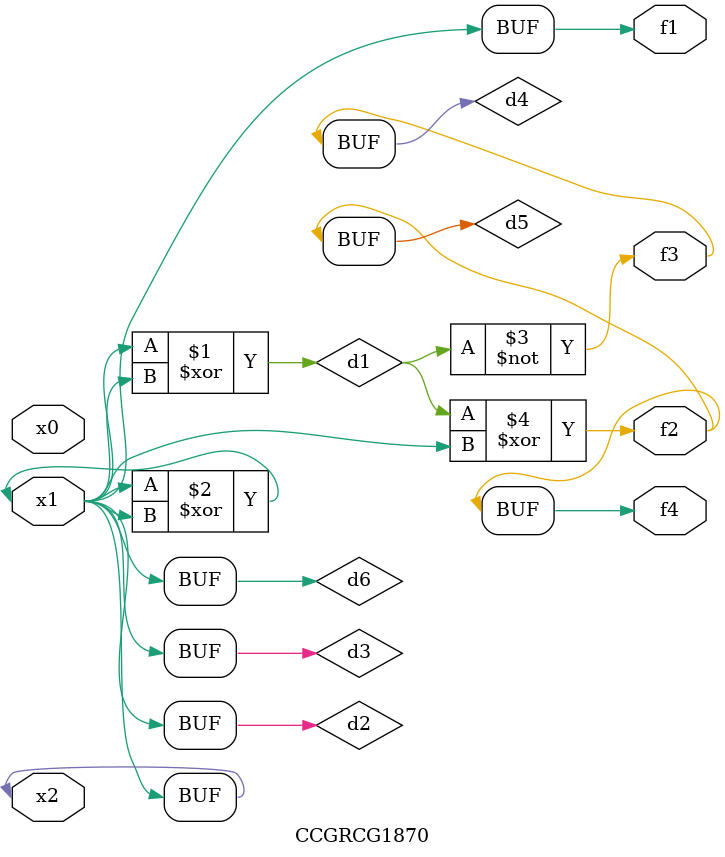
<source format=v>
module CCGRCG1870(
	input x0, x1, x2,
	output f1, f2, f3, f4
);

	wire d1, d2, d3, d4, d5, d6;

	xor (d1, x1, x2);
	buf (d2, x1, x2);
	xor (d3, x1, x2);
	nor (d4, d1);
	xor (d5, d1, d2);
	buf (d6, d2, d3);
	assign f1 = d6;
	assign f2 = d5;
	assign f3 = d4;
	assign f4 = d5;
endmodule

</source>
